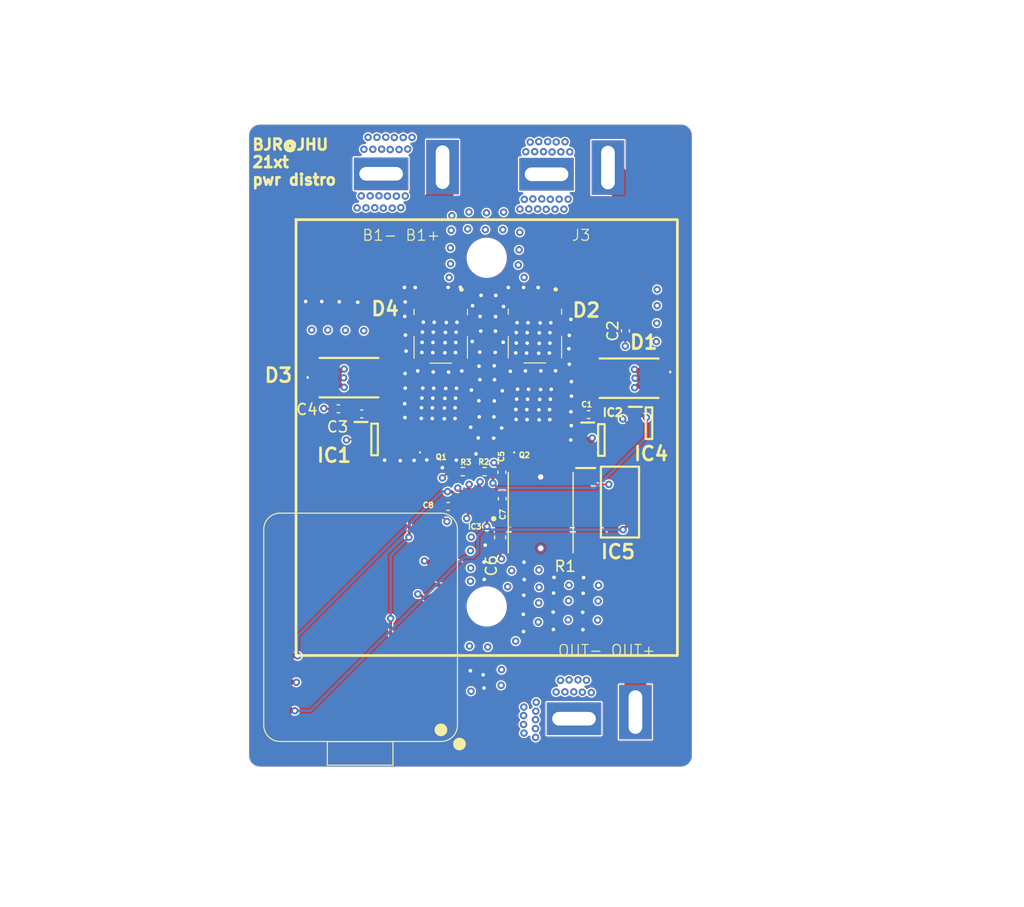
<source format=kicad_pcb>
(kicad_pcb (version 20240108) (generator "pcbnew") (generator_version "8.0")
  (title_block (rev "1"))
  (layers (0 "F.Cu" signal "Front") (1 "In1.Cu" signal) (2 "In2.Cu" signal) (31 "B.Cu" signal "Back") (34 "B.Paste" user) (35 "F.Paste" user) (36 "B.SilkS" user "B.Silkscreen") (37 "F.SilkS" user "F.Silkscreen") (38 "B.Mask" user) (39 "F.Mask" user) (44 "Edge.Cuts" user))
  (net 0 "")
  (net 2 "SCL")
  (net 3 "3V3_Xiao")
  (net 4 "SDA")
  (net 5 "Net-(IC3-VREG)")
  (net 6 "current_signal")
  (net 7 "B2+")
  (net 9 "V_OR_Supply")
  (net 10 "B1+")
  (net 12 "Net-(IC1-GATE)")
  (net 13 "Net-(IC1-VCAP)")
  (net 14 "Net-(IC2-GATE)")
  (net 15 "Net-(IC2-VCAP)")
  (net 16 "Net-(IC3-CFN)")
  (net 17 "V_OUT_Supply")
  (net 18 "Net-(IC3-CFP)")
  (net 19 "5V_Regulator")
  (net 27 "Net-(U1-PA02_A0_D0)")
  (net 28 "B1-")
  (footprint "21xt_footprints:LTC2959IDDB#TRMPBF" (layer "F.Cu") (at 40.125 35.8 180)
    (property "Reference" "IC3")
    (property "Value" "LTC2959IDDB#TRMPBF" (hide yes))
  )
  (footprint "Capacitor_SMD:C_0402_1005Metric" (layer "F.Cu") (at 37.32 36.32 180)
    (property "Reference" "C8")
    (property "Value" "1uF")
  )
  (footprint "Capacitor_SMD:C_0402_1005Metric" (layer "F.Cu") (at 29.39 27.83 180)
    (property "Reference" "C3")
    (property "Value" "C")
  )
  (footprint "21xt_footprints:INA180A1IDBVR" (layer "F.Cu") (at 55.75 28.68)
    (property "Reference" "IC4")
    (property "Value" "INA180A1IDBVR" (hide yes))
  )
  (footprint "Resistor_SMD:R_0402_1005Metric" (layer "F.Cu") (at 40.667 33.127 180)
    (property "Reference" "R2")
    (property "Value" "R")
  )
  (footprint "Capacitor_SMD:C_0603_1608Metric" (layer "F.Cu") (at 42.09 39.165 -90)
    (property "Reference" "C6")
    (property "Value" "100uF")
  )
  (footprint "21xt_footprints:NRVTS10100EMFST1G" (layer "F.Cu") (at 47.19 17.301 180)
    (property "Reference" "D2")
    (property "Value" "NRVB10100MFST1G" (hide yes))
  )
  (footprint "MountingHole:MountingHole_3.2mm_M3" (layer "F.Cu") (at 40.86 13.5 90)
    (property "Reference" "H2" (hide yes))
    (property "Value" "MountingHole")
  )
  (footprint "MountingHole:MountingHole_3.2mm_M3" (layer "F.Cu") (at 40.86 45.5 90)
    (property "Reference" "H1" (hide yes))
    (property "Value" "MountingHole")
  )
  (footprint "21xt_footprints:NRVTS10100EMFST1G" (layer "F.Cu") (at 38.545 17.321 180)
    (property "Reference" "D4")
    (property "Value" "NRVB10100MFST1G" (hide yes))
  )
  (footprint "hi:RESC_WSHM2818R0150FEA" (layer "F.Cu") (at 45.81 36.885 -90)
    (property "Reference" "R1")
    (property "Value" "50m")
  )
  (footprint "21xt_footprints:Deans Connector Male" (layer "F.Cu") (at 40.17 0.93 -90)
    (property "Reference" "J4" (hide yes))
    (property "Value" "Conn_01x02")
  )
  (footprint "Capacitor_SMD:C_0402_1005Metric" (layer "F.Cu") (at 42.28 35.61 90)
    (property "Reference" "C7")
    (property "Value" "470nF")
  )
  (footprint "Capacitor_SMD:C_0402_1005Metric" (layer "F.Cu") (at 50.21 27.89 180)
    (property "Reference" "C1")
    (property "Value" "C")
  )
  (footprint "21xt_footprints:NTMFWS1D5N08XT1G" (layer "F.Cu") (at 36.636 27.712)
    (property "Reference" "Q1")
    (property "Value" "NVMFWS2D1N08XT1G" (hide yes))
  )
  (footprint "21xt_footprints:Deans Connector Male" (layer "F.Cu") (at 57.87 50.94 -90)
    (property "Reference" "J2" (hide yes))
    (property "Value" "Conn_01x02")
  )
  (footprint "21xt_footprints:SMBJ33CA" (layer "F.Cu") (at 28.22 24.5)
    (property "Reference" "D3")
    (property "Value" "SMBJ33CA" (hide yes))
  )
  (footprint "Capacitor_SMD:C_0402_1005Metric" (layer "F.Cu") (at 42.25 33.18 90)
    (property "Reference" "C5")
    (property "Value" "10uF")
  )
  (footprint "21xt_footprints:LM74700QDBVRQ1" (layer "F.Cu") (at 51.38 30.22)
    (property "Reference" "IC2")
    (property "Value" "LM74700QDBVRQ1" (hide yes))
  )
  (footprint "21xt_footprints:LM74700QDBVRQ1" (layer "F.Cu") (at 30.57 30.17)
    (property "Reference" "IC1")
    (property "Value" "LM74700QDBVRQ1" (hide yes))
  )
  (footprint "21xt_footprints:TLV76150DCYR" (layer "F.Cu") (at 53.09 35.92)
    (property "Reference" "IC5")
    (property "Value" "TLV76150DCYR" (hide yes))
  )
  (footprint "21xt_footprints:SMBJ33CA" (layer "F.Cu") (at 53.93 24.55 180)
    (property "Reference" "D1")
    (property "Value" "SMBJ33CA" (hide yes))
  )
  (footprint "Resistor_SMD:R_0402_1005Metric" (layer "F.Cu") (at 38.667 33.127 180)
    (property "Reference" "R3")
    (property "Value" "R")
  )
  (footprint "Capacitor_SMD:C_0402_1005Metric" (layer "F.Cu") (at 53.59 20.21 90)
    (property "Reference" "C2")
    (property "Value" "10uF")
  )
  (footprint "21xt_footprints:NTMFWS1D5N08XT1G" (layer "F.Cu") (at 45.285 27.712)
    (property "Reference" "Q2")
    (property "Value" "NVMFWS2D1N08XT1G" (hide yes))
  )
  (footprint "21xt_footprints:esp32 c6 smt" (layer "F.Cu") (at 29.058447 47.375 180)
    (property "Reference" "U1" (hide yes))
    (property "Value" "esp32 c6 xiao")
  )
  (footprint "Capacitor_SMD:C_0402_1005Metric" (layer "F.Cu") (at 27.25 27.36)
    (property "Reference" "C4")
    (property "Value" "10uF")
  )
  (footprint "21xt_footprints:Deans Connector Male" (layer "F.Cu") (at 55.35 0.97 -90)
    (property "Reference" "J3")
    (property "Value" "Conn_01x02")
  )
  (gr_rect (start 23.36 10) (end 58.36 50) (stroke (width 0.254)) (fill none) (layer "F.SilkS"))
  (gr_arc (start 58.69 1.27) (mid 59.397107 1.562893) (end 59.69 2.27) (stroke (width 0.0381)) (layer "Edge.Cuts"))
  (gr_arc (start 20.05 60.198) (mid 19.342893 59.905107) (end 19.05 59.198) (stroke (width 0.0381)) (layer "Edge.Cuts"))
  (gr_line (start 19.05 59.198) (end 19.05 2.27) (stroke (width 0.0381)) (layer "Edge.Cuts"))
  (gr_line (start 58.69 60.198) (end 20.05 60.198) (stroke (width 0.0381)) (layer "Edge.Cuts"))
  (gr_arc (start 19.05 2.27) (mid 19.342893 1.562893) (end 20.05 1.27) (stroke (width 0.0381)) (layer "Edge.Cuts"))
  (gr_line (start 20.05 1.27) (end 58.69 1.27) (stroke (width 0.0381)) (layer "Edge.Cuts"))
  (gr_arc (start 59.69 59.198) (mid 59.397107 59.905107) (end 58.69 60.198) (stroke (width 0.0381)) (layer "Edge.Cuts"))
  (gr_line (start 59.69 2.27) (end 59.69 59.198) (stroke (width 0.0381)) (layer "Edge.Cuts"))
  (gr_text "OUT- OUT+" (at 51.8775 49.53 0) (layer "F.SilkS") (effects (font (size 1 1) (thickness 0.1))))
  (gr_text "B1- B1+" (at 33.02 11.43 0) (layer "F.SilkS") (effects (font (size 1 1) (thickness 0.1))))
  (gr_text "." (at 24.43 24.08 0) (layer "F.SilkS") (effects (font (size 1 1))))
  (gr_text "BJR@JHU\n21xt\npwr distro" (at 19.219859 4.722573 0) (layer "F.SilkS") (effects (font (size 1 1) (thickness 0.25)) (justify left)))
  (gr_text "." (at 57.7 23.57 0) (layer "F.SilkS") (effects (font (size 1 1))))
  (segment (start 39.175 34.8) (end 39.175 34.36) (width 0.254) (layer "F.Cu") (net 2))
  (segment (start 36.386547 41.32) (end 37.340047 42.2735) (width 0.254) (layer "F.Cu") (net 2))
  (segment (start 39.175 34.36) (end 39.245 34.29) (width 0.254) (layer "F.Cu") (net 2))
  (segment (start 35.1369 41.32) (end 36.386547 41.32) (width 0.254) (layer "F.Cu") (net 2))
  (via (at 35.1369 41.32) (size 0.6858) (drill 0.3302) (layers "F.Cu" "B.Cu") (net 2))
  (via (at 39.245 34.29) (size 0.6858) (drill 0.3302) (layers "F.Cu" "B.Cu") (net 2))
  (segment (start 38.496 35.8) (end 39.175 35.8) (width 0.254) (layer "F.Cu") (net 3))
  (segment (start 37.26 34.96) (end 37.656 34.96) (width 0.254) (layer "F.Cu") (net 3))
  (segment (start 23.51 50.04) (end 21.321547 50.04) (width 0.254) (layer "F.Cu") (net 3))
  (segment (start 37.656 34.96) (end 38.496 35.8) (width 0.254) (layer "F.Cu") (net 3))
  (segment (start 21.321547 50.04) (end 21.175047 49.8935) (width 0.254) (layer "F.Cu") (net 3))
  (via (at 37.26 34.96) (size 0.6858) (drill 0.3302) (layers "F.Cu" "B.Cu") (net 3))
  (via (at 23.51 50.04) (size 0.6858) (drill 0.3302) (layers "F.Cu" "B.Cu") (net 3))
  (segment (start 36.39 35.32) (end 23.51 48.2) (width 0.254) (layer "B.Cu") (net 3))
  (segment (start 23.51 48.2) (end 23.51 50.04) (width 0.254) (layer "B.Cu") (net 3))
  (segment (start 36.75 34.96) (end 37.26 34.96) (width 0.254) (layer "B.Cu") (net 3))
  (segment (start 36.39 35.32) (end 36.75 34.96) (width 0.254) (layer "B.Cu") (net 3))
  (segment (start 38.496 35.204) (end 38.496 34.926) (width 0.254) (layer "F.Cu") (net 4))
  (segment (start 34.54 44.36) (end 34.72 44.36) (width 0.254) (layer "F.Cu") (net 4))
  (segment (start 34.72 44.36) (end 35.1735 44.8135) (width 0.254) (layer "F.Cu") (net 4))
  (segment (start 38.496 34.926) (end 38.2 34.63) (width 0.254) (layer "F.Cu") (net 4))
  (segment (start 35.1735 44.8135) (end 37.340047 44.8135) (width 0.254) (layer "F.Cu") (net 4))
  (segment (start 38.592 35.3) (end 39.175 35.3) (width 0.254) (layer "F.Cu") (net 4))
  (segment (start 38.496 35.204) (end 38.592 35.3) (width 0.254) (layer "F.Cu") (net 4))
  (via (at 38.2 34.63) (size 0.6858) (drill 0.3302) (layers "F.Cu" "B.Cu") (net 4))
  (via (at 34.54 44.36) (size 0.6858) (drill 0.3302) (layers "F.Cu" "B.Cu") (net 4))
  (segment (start 37.82 36.3) (end 39.175 36.3) (width 0.254) (layer "F.Cu") (net 5))
  (segment (start 37.8 36.32) (end 37.82 36.3) (width 0.254) (layer "F.Cu") (net 5))
  (segment (start 37.8 36.34) (end 37.8 36.32) (width 0.254) (layer "F.Cu") (net 5))
  (segment (start 41.363 33.127) (end 41.177 33.127) (width 0.254) (layer "F.Cu") (net 6))
  (segment (start 41.43 34.180098) (end 41.43 33.38) (width 0.254) (layer "F.Cu") (net 6))
  (segment (start 55.354 28.126) (end 55.383814 28.155814) (width 0.254) (layer "F.Cu") (net 6))
  (segment (start 54.5 27.73) (end 54.958 27.73) (width 0.254) (layer "F.Cu") (net 6))
  (segment (start 55.383814 28.155814) (end 55.512974 28.155814) (width 0.254) (layer "F.Cu") (net 6))
  (segment (start 41.43 33.38) (end 41.177 33.127) (width 0.254) (layer "F.Cu") (net 6))
  (segment (start 54.958 27.73) (end 55.354 28.126) (width 0.254) (layer "F.Cu") (net 6))
  (via (at 55.512974 28.155814) (size 0.6858) (drill 0.3302) (layers "F.Cu" "B.Cu") (net 6))
  (via (at 41.43 34.180098) (size 0.6858) (drill 0.3302) (layers "F.Cu" "B.Cu") (net 6))
  (segment (start 41.43 34.180098) (end 41.879902 34.63) (width 0.254) (layer "B.Cu") (net 6))
  (segment (start 41.879902 34.63) (end 50.854145 34.63) (width 0.254) (layer "B.Cu") (net 6))
  (segment (start 55.512974 29.971171) (end 55.512974 28.155814) (width 0.254) (layer "B.Cu") (net 6))
  (segment (start 50.854145 34.63) (end 55.512974 29.971171) (width 0.254) (layer "B.Cu") (net 6))
  (segment (start 51.73 24.55) (end 51.73 26.85) (width 1) (layer "F.Cu") (net 7))
  (segment (start 47.19 17.322) (end 44.65 17.322) (width 1) (layer "F.Cu") (net 7))
  (segment (start 51.73 21.862) (end 51.16 21.292) (width 2) (layer "F.Cu") (net 7))
  (segment (start 53.34 6.5725) (end 51.9875 5.22) (width 2) (layer "F.Cu") (net 7))
  (segment (start 51.73 24.55) (end 51.73 28.37) (width 1) (layer "F.Cu") (net 7))
  (segment (start 51.26 30.744) (end 51.26 29.936) (width 0.5) (layer "F.Cu") (net 7))
  (segment (start 46.251 31.65) (end 49.65 31.65) (width 1) (layer "F.Cu") (net 7))
  (segment (start 50.834 31.17) (end 51.26 30.744) (width 0.5) (layer "F.Cu") (net 7))
  (segment (start 53.34 16.84) (end 53.34 6.5725) (width 2) (layer "F.Cu") (net 7))
  (segment (start 51.16 18.9) (end 50.07 17.81) (width 2) (layer "F.Cu") (net 7))
  (segment (start 45.92 30.46) (end 43.38 30.46) (width 1) (layer "F.Cu") (net 7))
  (segment (start 53.59 19.73) (end 53.59 19.03) (width 0.5) (layer "F.Cu") (net 7))
  (segment (start 50.13 31.17) (end 50.834 31.17) (width 0.5) (layer "F.Cu") (net 7))
  (segment (start 52.37 17.81) (end 53.34 16.84) (width 2) (layer "F.Cu") (net 7))
  (segment (start 51.16 21.292) (end 51.16 18.9) (width 2) (layer "F.Cu") (net 7))
  (segment (start 50.13 31.17) (end 49.65 31.65) (width 1) (layer "F.Cu") (net 7))
  (segment (start 51.926 29.27) (end 52.24 29.27) (width 0.5) (layer "F.Cu") (net 7))
  (segment (start 51.73 28.37) (end 52.63 29.27) (width 1) (layer "F.Cu") (net 7))
  (segment (start 51.26 29.936) (end 51.926 29.27) (width 0.5) (layer "F.Cu") (net 7))
  (segment (start 45.92 31.319) (end 46.251 31.65) (width 1) (layer "F.Cu") (net 7))
  (segment (start 45.92 31.319) (end 45.92 30.46) (width 1) (layer "F.Cu") (net 7))
  (segment (start 51.73 24.55) (end 51.73 21.862) (width 1) (layer "F.Cu") (net 7))
  (segment (start 52.24 29.27) (end 52.63 29.27) (width 0.254) (layer "F.Cu") (net 7))
  (segment (start 49.57 17.81) (end 52.37 17.81) (width 2) (layer "F.Cu") (net 7))
  (segment (start 49.082 17.322) (end 47.19 17.322) (width 2) (layer "F.Cu") (net 7))
  (segment (start 51.73 26.85) (end 50.743159 27.836841) (width 1) (layer "F.Cu") (net 7))
  (segment (start 53.59 19.03) (end 52.37 17.81) (width 0.5) (layer "F.Cu") (net 7))
  (segment (start 49.57 17.81) (end 49.082 17.322) (width 2) (layer "F.Cu") (net 7))
  (segment (start 50.07 17.81) (end 49.57 17.81) (width 2) (layer "F.Cu") (net 7))
  (segment (start 44.705 33.66) (end 45.81 34.765) (width 0.254) (layer "F.Cu") (net 9))
  (segment (start 52.8969 31.4369) (end 52.63 31.17) (width 0.254) (layer "F.Cu") (net 9))
  (segment (start 42.25 33.66) (end 44.705 33.66) (width 0.254) (layer "F.Cu") (net 9))
  (via (at 34.91 26.37) (size 0.6858) (drill 0.3302) (layers "F.Cu" "B.Cu") (net 9))
  (via (at 45.68 21.35) (size 0.6858) (drill 0.3302) (layers "F.Cu" "B.Cu") (net 9))
  (via (at 38.06 32.07) (size 0.6858) (drill 0.3302) (layers "F.Cu" "B.Cu") (net 9))
  (via (at 46.63 27.43) (size 0.6858) (drill 0.3302) (layers "F.Cu" "B.Cu") (net 9))
  (via (at 42.84 16.23) (size 0.6858) (drill 0.3302) (layers "F.Cu" "B.Cu") (net 9))
  (via (at 46.98 47.61) (size 0.6858) (drill 0.3302) (layers "F.Cu" "B.Cu") (net 9))
  (via (at 44.57 21.33) (size 0.6858) (drill 0.3302) (layers "F.Cu" "B.Cu") (net 9))
  (via (at 42.29 25.71) (size 0.6858) (drill 0.3302) (layers "F.Cu" "B.Cu") (net 9))
  (via (at 34.96 20.32) (size 0.6858) (drill 0.3302) (layers "F.Cu" "B.Cu") (net 9))
  (via (at 25.72 17.51) (size 0.6858) (drill 0.3302) (layers "F.Cu" "B.Cu") (net 9))
  (via (at 33.31 16.22) (size 0.6858) (drill 0.3302) (layers "F.Cu" "B.Cu") (net 9))
  (via (at 45.65 27.45) (size 0.6858) (drill 0.3302) (layers "F.Cu" "B.Cu") (net 9))
  (via (at 48.44 23.27) (size 0.6858) (drill 0.3302) (layers "F.Cu" "B.Cu") (net 9))
  (via (at 41.67 18.9) (size 0.6858) (drill 0.3302) (layers "F.Cu" "B.Cu") (net 9))
  (via (at 35.91 26.38) (size 0.6858) (drill 0.3302) (layers "F.Cu" "B.Cu") (net 9))
  (via (at 43.03 23.92) (size 0.6858) (drill 0.3302) (layers "F.Cu" "B.Cu") (net 9))
  (via (at 40.61 52.98) (size 0.6858) (drill 0.3302) (layers "F.Cu" "B.Cu") (net 9))
  (via (at 29.02 17.58) (size 0.6858) (drill 0.3302) (layers "F.Cu" "B.Cu") (net 9))
  (via (at 46.66 21.33) (size 0.6858) (drill 0.3302) (layers "F.Cu" "B.Cu") (net 9))
  (via (at 35.95 23.98) (size 0.6858) (drill 0.3302) (layers "F.Cu" "B.Cu") (net 9))
  (via (at 45.76 19.48) (size 0.6858) (drill 0.3302) (layers "F.Cu" "B.Cu") (net 9))
  (via (at 44.26 44.47) (size 0.6858) (drill 0.3302) (layers "F.Cu" "B.Cu") (net 9))
  (via (at 35.86 28.25) (size 0.6858) (drill 0.3302) (layers "F.Cu" "B.Cu") (net 9))
  (via (at 46.96 46.02) (size 0.6858) (drill 0.3302) (layers "F.Cu" "B.Cu") (net 9))
  (via (at 45.67 28.37) (size 0.6858) (drill 0.3302) (layers "F.Cu" "B.Cu") (net 9))
  (via (at 39.39 29.05) (size 0.6858) (drill 0.3302) (layers "F.Cu" "B.Cu") (net 9))
  (via (at 41.64 22.18) (size 0.6858) (drill 0.3302) (layers "F.Cu" "B.Cu") (net 9))
  (via (at 41.5 30.05) (size 0.6858) (drill 0.3302) (layers "F.Cu" "B.Cu") (net 9))
  (via (at 41.55 23.41) (size 0.6858) (drill 0.3302) (layers "F.Cu" "B.Cu") (net 9))
  (via (at 45.83 23.88) (size 0.6858) (drill 0.3302) (layers "F.Cu" "B.Cu") (net 9))
  (via (at 40.31 20.23) (size 0.6858) (drill 0.3302) (layers "F.Cu" "B.Cu") (net 9))
  (via (at 43.65 19.45) (size 0.6858) (drill 0.3302) (layers "F.Cu" "B.Cu") (net 9))
  (via (at 44.61 26.48) (size 0.6858) (drill 0.3302) (layers "F.Cu" "B.Cu") (net 9))
  (via (at 46.66 20.37) (size 0.6858) (drill 0.3302) (layers "F.Cu" "B.Cu") (net 9))
  (via (at 33.34 18.88) (size 0.6858) (drill 0.3302) (layers "F.Cu" "B.Cu") (net 9))
  (via (at 40.53 51.77) (size 0.6858) (drill 0.3302) (layers "F.Cu" "B.Cu") (net 9))
  (via (at 44.52 22.24) (size 0.6858) (drill 0.3302) (layers "F.Cu" "B.Cu") (net 9))
  (via (at 24.24 17.51) (size 0.6858) (drill 0.3302) (layers "F.Cu" "B.Cu") (net 9))
  (via (at 33.38 17.55) (size 0.6858) (drill 0.3302) (layers "F.Cu" "B.Cu") (net 9))
  (via (at 38 22.2) (size 0.6858) (drill 0.3302) (layers "F.Cu" "B.Cu") (net 9))
  (via (at 45.8 25.59) (size 0.6858) (drill 0.3302) (layers "F.Cu" "B.Cu") (net 9))
  (via (at 34.99 25.46) (size 0.6858) (drill 0.3302) (layers "F.Cu" "B.Cu") (net 9))
  (via (at 40.61 41.43) (size 0.6858) (drill 0.3302) (layers "F.Cu" "B.Cu") (net 9))
  (via (at 38.02 21.27) (size 0.6858) (drill 0.3302) (layers "F.Cu" "B.Cu") (net 9))
  (via (at 36.79 32.766) (size 0.6858) (drill 0.3302) (layers "F.Cu" "B.Cu") (net 9))
  (via (at 46.78 25.57) (size 0.6858) (drill 0.3302) (layers "F.Cu" "B.Cu") (net 9))
  (via (at 49.67 46.04) (size 0.6858) (drill 0.3302) (layers "F.Cu" "B.Cu") (net 9))
  (via (at 39.36 51.4) (size 0.6858) (drill 0.3302) (layers "F.Cu" "B.Cu") (net 9))
  (via (at 38.13 19.42) (size 0.6858) (drill 0.3302) (layers "F.Cu" "B.Cu") (net 9))
  (via (at 40.72 39.87) (size 0.6858) (drill 0.3302) (layers "F.Cu" "B.Cu") (net 9))
  (via (at 42.4 17.97) (size 0.6858) (drill 0.3302) (layers "F.Cu" "B.Cu") (net 9))
  (via (at 48.64 26.2) (size 0.6858) (drill 0.3302) (layers "F.Cu" "B.Cu") (net 9))
  (via (at 41.56 26.64) (size 0.6858) (drill 0.3302) (layers "F.Cu" "B.Cu") (net 9))
  (via (at 34.91 22.19) (size 0.6858) (drill 0.3302) (layers "F.Cu" "B.Cu") (net 9))
  (via (at 33.36 28.16) (size 0.6858) (drill 0.3302) (layers "F.Cu" "B.Cu") (net 9))
  (via (at 46.7 26.48) (size 0.6858) (drill 0.3302) (layers "F.Cu" "B.Cu") (net 9))
  (via (at 40.22 22.16) (size 0.6858) (drill 0.3302) (layers "F.Cu" "B.Cu") (net 9))
  (via (at 36.04 19.42) (size 0.6858) (drill 0.3302) (layers "F.Cu" "B.Cu") (net 9))
  (via (at 38.08 25.47) (size 0.6858) (drill 0.3302) (layers "F.Cu" "B.Cu") (net 9))
  (via (at 48.59 27.63) (size 0.6858) (drill 0.3302) (layers "F.Cu" "B.Cu") (net 9))
  (via (at 49.71 44.29) (size 0.6858) (drill 0.3302) (layers "F.Cu" "B.Cu") (net 9))
  (via (at 44.41 23.88) (size 0.6858) (drill 0.3302) (layers "F.Cu" "B.Cu") (net 9))
  (via (at 37.07 20.35) (size 0.6858) (drill 0.3302) (layers "F.Cu" "B.Cu") (net 9))
  (via (at 49.69 47.63) (size 0.6858) (drill 0.3302) (layers "F.Cu" "B.Cu") (net 9))
  (via (at 37.96 27.27) (size 0.6858) (drill 0.3302) (layers "F.Cu" "B.Cu") (net 9))
  (via (at 43.69 25.56) (size 0.6858) (drill 0.3302) (layers "F.Cu" "B.Cu") (net 9))
  (via (at 40.14 26.62) (size 0.6858) (drill 0.3302) (layers "F.Cu" "B.Cu") (net 9))
  (via (at 34.53 23.88) (size 0.6858) (drill 0.3302) (layers "F.Cu" "B.Cu") (net 9))
  (via (at 39.45 25.64) (size 0.6858) (drill 0.3302) (layers "F.Cu" "B.Cu") (net 9))
  (via (at 48.62 28.9) (size 0.6858) (drill 0.3302) (layers "F.Cu" "B.Cu") (net 9))
  (via (at 44.56 28.35) (size 0.6858) (drill 0.3302) (layers "F.Cu" "B.Cu") (net 9))
  (via (at 37.1 25.49) (size 0.6858) (drill 0.3302) (layers "F.Cu" "B.Cu") (net 9))
  (via (at 44.24 16.22) (size 0.6858) (drill 0.3302) (layers "F.Cu" "B.Cu") (net 9))
  (via (at 40.23 24.69) (size 0.6858) (drill 0.3302) (layers "F.Cu" "B.Cu") (net 9))
  (via (at 45.68 20.39) (size 0.6858) (drill 0.3302) (layers "F.Cu" "B.Cu") (net 9))
  (via (at 34.93 21.26) (size 0.6858) (drill 0.3302) (layers "F.Cu" "B.Cu") (net 9))
  (via (at 40.34 16.95) (size 0.6858) (drill 0.3302) (layers "F.Cu" "B.Cu") (net 9))
  (via (at 36.97 28.27) (size 0.6858) (drill 0.3302) (layers "F.Cu" "B.Cu") (net 9))
  (via (at 38.44 16.21) (size 0.6858) (drill 0.3302) (layers "F.Cu" "B.Cu") (net 9))
  (via (at 38.05 20.33) (size 0.6858) (drill 0.3302) (layers "F.Cu" "B.Cu") (net 9))
  (via (at 42.37 21.25) (size 0.6858) (drill 0.3302) (layers "F.Cu" "B.Cu") (net 9))
  (via (at 41.69 16.95) (size 0.6858) (drill 0.3302) (layers "F.Cu" "B.Cu") (net 9))
  (via (at 44.57 20.37) (size 0.6858) (drill 0.3302) (layers "F.Cu" "B.Cu") (net 9))
  (via (at 40.08 30.03) (size 0.6858) (drill 0.3302) (layers "F.Cu" "B.Cu") (net 9))
  (via (at 40.63 43.02) (size 0.6858) (drill 0.3302) (layers "F.Cu" "B.Cu") (net 9))
  (via (at 40.15 23.45) (size 0.6858) (drill 0.3302) (layers "F.Cu" "B.Cu") (net 9))
  (via (at 39.53 21.18) (size 0.6858) (drill 0.3302) (layers "F.Cu" "B.Cu") (net 9))
  (via (at 39.878 31.496) (size 0.6858) (drill 0.3302) (layers "F.Cu" "B.Cu") (net 9))
  (via (at 46.61 22.24) (size 0.6858) (drill 0.3302) (layers "F.Cu" "B.Cu") (net 9))
  (via (at 37.36 23.99) (size 0.6858) (drill 0.3302) (layers "F.Cu" "B.Cu") (net 9))
  (via (at 33.33 26.89) (size 0.6858) (drill 0.3302) (layers "F.Cu" "B.Cu") (net 9))
  (via (at 44.69 25.57) (size 0.6858) (drill 0.3302) (layers "F.Cu" "B.Cu") (net 9))
  (via (at 38 26.38) (size 0.6858) (drill 0.3302) (layers "F.Cu" "B.Cu") (net 9))
  (via (at 33.4 20.59) (size 0.6858) (drill 0.3302) (layers "F.Cu" "B.Cu") (net 9))
  (via (at 48.63 24.86) (size 0.6858) (drill 0.3302) (layers "F.Cu" "B.Cu") (net 9))
  (via (at 36.98 27.29) (size 0.6858) (drill 0.3302) (layers "F.Cu" "B.Cu") (net 9))
  (via (at 39.56 17.9) (size 0.6858) (drill 0.3302) (layers "F.Cu" "B.Cu") (net 9))
  (via (at 37.02 22.22) (size 0.6858) (drill 0.3302) (layers "F.Cu" "B.Cu") (net 9))
  (via (at 35.04 19.41) (size 0.6858) (drill 0.3302) (layers "F.Cu" "B.Cu") (net 9))
  (via (at 35.93 21.27) (size 0.6858) (drill 0.3302) (layers "F.Cu" "B.Cu") (net 9))
  (via (at 27.33 17.54) (size 0.6858) (drill 0.3302) (layers "F.Cu" "B.Cu") (net 9))
  (via (at 45.58 16.23) (size 0.6858) (drill 0.3302) (layers "F.Cu" "B.Cu") (net 9))
  (via (at 43.57 20.36) (size 0.6858) (drill 0.3302) (layers "F.Cu" "B.Cu") (net 9))
  (via (at 33.46 22.06) (size 0.6858) (drill 0.3302) (layers "F.Cu" "B.Cu") (net 9))
  (via (at 35.87 27.27) (size 0.6858) (drill 0.3302) (layers "F.Cu" "B.Cu") (net 9))
  (via (at 43.52 22.23) (size 0.6858) (drill 0.3302) (layers "F.Cu" "B.Cu") (net 9))
  (via (at 42.23 29.12) (size 0.6858) (drill 0.3302) (layers "F.Cu" "B.Cu") (net 9))
  (via (at 34.87 27.26) (size 0.6858) (drill 0.3302) (layers "F.Cu" "B.Cu") (net 9))
  (via (at 45.72 26.5) (size 0.6858) (drill 0.3302) (layers "F.Cu" "B.Cu") (net 9))
  (via (at 48.57 30.22) (size 0.6858) (drill 0.3302) (layers "F.Cu" "B.Cu") (net 9))
  (via (at 32.92 32.12) (size 0.6858) (drill 0.3302) (layers "F.Cu" "B.Cu") (net 9))
  (via (at 40.17 28.1) (size 0.6858) (drill 0.3302) (layers "F.Cu" "B.Cu") (net 9))
  (via (at 48.4 21.85) (size 0.6858) (drill 0.3302) (layers "F.Cu" "B.Cu") (net 9))
  (via (at 43.56 28.34) (size 0.6858) (drill 0.3302) (layers "F.Cu" "B.Cu") (net 9))
  (via (at 46.74 19.46) (size 0.6858) (drill 0.3302) (layers "F.Cu" "B.Cu") (net 9))
  (via (at 37.02 26.4) (size 0.6858) (drill 0.3302) (layers "F.Cu" "B.Cu") (net 9))
  (via (at 37.32 16.21) (size 0.6858) (drill 0.3302) (layers "F.Cu" "B.Cu") (net 9))
  (via (at 35.91 22.2) (size 0.6858) (drill 0.3302) (layers "F.Cu" "B.Cu") (net 9))
  (via (at 48.44 20.62) (size 0.6858) (drill 0.3302) (layers "F.Cu" "B.Cu") (net 9))
  (via (at 46.65 28.35) (size 0.6858) (drill 0.3302) (layers "F.Cu" "B.Cu") (net 9))
  (via (at 44.22 46.22) (size 0.6858) (drill 0.3302) (layers "F.Cu" "B.Cu") (net 9))
  (via (at 38.57 23.89) (size 0.6858) (drill 0.3302) (layers "F.Cu" "B.Cu") (net 9))
  (via (at 41.66 20.23) (size 0.6858) (drill 0.3302) (layers "F.Cu" "B.Cu") (net 9))
  (via (at 44.65 19.46) (size 0.6858) (drill 0.3302) (layers "F.Cu" "B.Cu") (net 9))
  (via (at 41.58 24.69) (size 0.6858) (drill 0.3302) (layers "F.Cu" "B.Cu") (net 9))
  (via (at 47.04 42.83) (size 0.6858) (drill 0.3302) (layers "F.Cu" "B.Cu") (net 9))
  (via (at 43.54 27.42) (size 0.6858) (drill 0.3302) (layers "F.Cu" "B.Cu") (net 9))
  (via (at 47.18 23.87) (size 0.6858) (drill 0.3302) (layers "F.Cu" "B.Cu") (net 9))
  (via (at 37.04 21.29) (size 0.6858) (drill 0.3302) (layers "F.Cu" "B.Cu") (net 9))
  (via (at 34.3 16.23) (size 0.6858) (drill 0.3302) (layers "F.Cu" "B.Cu") (net 9))
  (via (at 35.36 32.05) (size 0.6858) (drill 0.3302) (layers "F.Cu" "B.Cu") (net 9))
  (via (at 40.25 18.88) (size 0.6858) (drill 0.3302) (layers "F.Cu" "B.Cu") (net 9))
  (via (at 43.61 26.47) (size 0.6858) (drill 0.3302) (layers "F.Cu" "B.Cu") (net 9))
  (via (at 35.96 20.33) (size 0.6858) (drill 0.3302) (layers "F.Cu" "B.Cu") (net 9))
  (via (at 49.75 42.85) (size 0.6858) (drill 0.3302) (layers "F.Cu" "B.Cu") (net 9))
  (via (at 33.38 25.46) (size 0.6858) (drill 0.3302) (layers "F.Cu" "B.Cu") (net 9))
  (via (at 48.58 19.15) (size 0.6858) (drill 0.3302) (layers "F.Cu" "B.Cu") (net 9))
  (via (at 34.19 32.09) (size 0.6858) (drill 0.3302) (layers "F.Cu" "B.Cu") (net 9))
  (via (at 37.15 19.44) (size 0.6858) (drill 0.3302) (layers "F.Cu" "B.Cu") (net 9))
  (via (at 47 44.27) (size 0.6858) (drill 0.3302) (layers "F.Cu" "B.Cu") (net 9))
  (via (at 31.49 32.07) (size 0.6858) (drill 0.3302) (layers "F.Cu" "B.Cu") (net 9))
  (via (at 43.57 21.32) (size 0.6858) (drill 0.3302) (layers "F.Cu" "B.Cu") (net 9))
  (via (at 44.54 27.43) (size 0.6858) (drill 0.3302) (layers "F.Cu" "B.Cu") (net 9))
  (via (at 44.24 47.81) (size 0.6858) (drill 0.3302) (layers "F.Cu" "B.Cu") (net 9))
  (via (at 44.3 43.03) (size 0.6858) (drill 0.3302) (layers "F.Cu" "B.Cu") (net 9))
  (via (at 41.52 28.1) (size 0.6858) (drill 0.3302) (layers "F.Cu" "B.Cu") (net 9))
  (via (at 45.63 22.26) (size 0.6858) (drill 0.3302) (layers "F.Cu" "B.Cu") (net 9))
  (via (at 37.95 28.25) (size 0.6858) (drill 0.3302) (layers "F.Cu" "B.Cu") (net 9))
  (via (at 35.99 25.47) (size 0.6858) (drill 0.3302) (layers "F.Cu" "B.Cu") (net 9))
  (via (at 34.86 28.24) (size 0.6858) (drill 0.3302) (layers "F.Cu" "B.Cu") (net 9))
  (via (at 44.28 41.44) (size 0.6858) (drill 0.3302) (layers "F.Cu" "B.Cu") (net 9))
  (via (at 33.37 24.12) (size 0.6858) (drill 0.3302) (layers "F.Cu" "B.Cu") (net 9))
  (segment (start 31.4636 29.22) (end 31.82 29.22) (width 0.1524) (layer "F.Cu") (net 10))
  (segment (start 31.82 29.22) (end 33.491 29.22) (width 1) (layer "F.Cu") (net 10))
  (segment (start 31.82 28.743) (end 31.82 12.5465) (width 2) (layer "F.Cu") (net 10))
  (segment (start 30.024 31.12) (end 30.57 30.574) (width 0.5) (layer "F.Cu") (net 10))
  (segment (start 33.22 13.9465) (end 34.2065 13.9465) (width 2) (layer "F.Cu") (net 10))
  (segment (start 31.82 12.5465) (end 36.8075 7.559) (width 2) (layer "F.Cu") (net 10))
  (segment (start 36.8075 7.559) (end 36.8075 5.18) (width 2) (layer "F.Cu") (net 10))
  (segment (start 29.87 27.391418) (end 29.371582 26.893) (width 1) (layer "F.Cu") (net 10))
  (segment (start 36.005 17.342) (end 38.545 17.342) (width 0.7) (layer "F.Cu") (net 10))
  (segment (start 30.57 29.766) (end 31.116 29.22) (width 0.5) (layer "F.Cu") (net 10))
  (segment (start 31.82 12.5465) (end 33.22 13.9465) (width 2) (layer "F.Cu") (net 10))
  (segment (start 29.371582 26.893) (end 28.197 26.893) (width 1) (layer "F.Cu") (net 10))
  (segment (start 29.62 31.12) (end 30.024 31.12) (width 0.5) (layer "F.Cu") (net 10))
  (segment (start 31.116 29.22) (end 31.82 29.22) (width 0.5) (layer "F.Cu") (net 10))
  (segment (start 29.32 31.12) (end 29.62 31.12) (width 0.1524) (layer "F.Cu") (net 10))
  (segment (start 28.197 26.893) (end 27.73 27.36) (width 1) (layer "F.Cu") (net 10))
  (segment (start 29.87 27.83) (end 29.87 27.391418) (width 1) (layer "F.Cu") (net 10))
  (segment (start 34.731 30.46) (end 37.271 30.46) (width 1) (layer "F.Cu") (net 10))
  (segment (start 36.005 15.745) (end 35.65 15.39) (width 0.7) (layer "F.Cu") (net 10))
  (segment (start 36.005 17.342) (end 36.005 15.745) (width 0.7) (layer "F.Cu") (net 10))
  (segment (start 31.82 25.9) (end 30.42 24.5) (width 1) (layer "F.Cu") (net 10))
  (segment (start 30.57 30.574) (end 30.57 29.766) (width 0.5) (layer "F.Cu") (net 10))
  (segment (start 34.2065 13.9465) (end 35.65 15.39) (width 2) (layer "F.Cu") (net 10))
  (segment (start 31.75 27.83) (end 29.87 27.83) (width 1) (layer "F.Cu") (net 10))
  (segment (start 33.491 29.22) (end 34.731 30.46) (width 1) (layer "F.Cu") (net 10))
  (segment (start 32.278 30.17) (end 31.82 30.17) (width 0.254) (layer "F.Cu") (net 12))
  (segment (start 37.787 31.214) (end 33.322 31.214) (width 0.254) (layer "F.Cu") (net 12))
  (segment (start 38.541 30.46) (end 37.787 31.214) (width 0.254) (layer "F.Cu") (net 12))
  (segment (start 33.322 31.214) (end 32.278 30.17) (width 0.254) (layer "F.Cu") (net 12))
  (segment (start 28.91 28.81) (end 29.32 29.22) (width 0.254) (layer "F.Cu") (net 13))
  (segment (start 28.91 28.81) (end 28.91 27.83) (width 0.254) (layer "F.Cu") (net 13))
  (segment (start 50.566 32.404) (end 44.074 32.404) (width 0.254) (layer "F.Cu") (net 14))
  (segment (start 44.074 32.404) (end 42.29 30.62) (width 0.254) (layer "F.Cu") (net 14))
  (segment (start 42.754 29.706) (end 46.436 29.706) (width 0.254) (layer "F.Cu") (net 14))
  (segment (start 46.436 29.706) (end 47.19 30.46) (width 0.254) (layer "F.Cu") (net 14))
  (segment (start 52.63 30.22) (end 52.172 30.22) (width 0.254) (layer "F.Cu") (net 14))
  (segment (start 42.29 30.62) (end 42.29 30.17) (width 0.254) (layer "F.Cu") (net 14))
  (segment (start 42.29 30.17) (end 42.754 29.706) (width 0.254) (layer "F.Cu") (net 14))
  (segment (start 51.776 31.194) (end 50.566 32.404) (width 0.254) (layer "F.Cu") (net 14))
  (segment (start 51.776 30.616) (end 51.776 31.194) (width 0.254) (layer "F.Cu") (net 14))
  (segment (start 52.172 30.22) (end 51.776 30.616) (width 0.254) (layer "F.Cu") (net 14))
  (segment (start 50.13 29.27) (end 50.13 28.29) (width 0.254) (layer "F.Cu") (net 15))
  (segment (start 50.13 28.29) (end 49.73 27.89) (width 0.254) (layer "F.Cu") (net 15))
  (segment (start 42.11 35.3) (end 42.28 35.13) (width 0.254) (layer "F.Cu") (net 16))
  (segment (start 41.075 35.3) (end 42.11 35.3) (width 0.254) (layer "F.Cu") (net 16))
  (segment (start 47.337 40.0201) (end 47.337 39.527495) (width 2) (layer "F.Cu") (net 17))
  (segment (start 58.29 38.43) (end 58.29 30.52) (width 2) (layer "F.Cu") (net 17))
  (segment (start 41.075 36.3) (end 41.61892 36.3) (width 0.254) (layer "F.Cu") (net 17))
  (segment (start 54.45 55.1325) (end 54.5075 55.19) (width 2) (layer "F.Cu") (net 17))
  (segment (start 51.2499 39.5299) (end 49.94 38.22) (width 2) (layer "F.Cu") (net 17))
  (segment (start 54.5075 43.1775) (end 54.5075 55.19) (width 2) (layer "F.Cu") (net 17))
  (segment (start 58.29 30.52) (end 57.4 29.63) (width 2) (layer "F.Cu") (net 17))
  (segment (start 54.5075 55.19) (end 54.46 55.2375) (width 2) (layer "F.Cu") (net 17))
  (segment (start 45.195 38.39) (end 45.81 39.005) (width 0.254) (layer "F.Cu") (net 17))
  (segment (start 51.2499 40.0201) (end 51.2499 39.5299) (width 2) (layer "F.Cu") (net 17))
  (segment (start 54.46 43.13) (end 54.5075 43.1775) (width 2) (layer "F.Cu") (net 17))
  (segment (start 57.13 39.59) (end 58.29 38.43) (width 2) (layer "F.Cu") (net 17))
  (segment (start 51.2499 40.0201) (end 47.337 40.0201) (width 2) (layer "F.Cu") (net 17))
  (segment (start 47.337 39.527495) (end 46.442505 38.633) (width 2) (layer "F.Cu") (net 17))
  (segment (start 46.442505 38.633) (end 45.81 38.633) (width 2) (layer "F.Cu") (net 17))
  (segment (start 54.46 39.59) (end 57.13 39.59) (width 2) (layer "F.Cu") (net 17))
  (segment (start 41.61892 36.3) (end 44.32392 39.005) (width 0.254) (layer "F.Cu") (net 17))
  (segment (start 44.32392 39.005) (end 45.81 39.005) (width 0.254) (layer "F.Cu") (net 17))
  (segment (start 54.0299 40.0201) (end 54.46 39.59) (width 2) (layer "F.Cu") (net 17))
  (segment (start 42.09 38.39) (end 45.195 38.39) (width 0.254) (layer "F.Cu") (net 17))
  (segment (start 51.2499 40.0201) (end 54.0299 40.0201) (width 2) (layer "F.Cu") (net 17))
  (segment (start 54.46 43.13) (end 54.46 39.59) (width 2) (layer "F.Cu") (net 17))
  (segment (start 41.075 35.8) (end 41.99 35.8) (width 0.254) (layer "F.Cu") (net 18))
  (segment (start 41.99 35.8) (end 42.28 36.09) (width 0.254) (layer "F.Cu") (net 18))
  (segment (start 40.88 36.995) (end 40.88 38.15) (width 0.254) (layer "F.Cu") (net 19))
  (segment (start 49.94 35.92) (end 50.03 35.83) (width 0.254) (layer "F.Cu") (net 19))
  (segment (start 56.24 35.92) (end 56.24 32.598) (width 0.254) (layer "F.Cu") (net 19))
  (segment (start 41.075 36.8) (end 40.88 36.995) (width 0.254) (layer "F.Cu") (net 19))
  (segment (start 50.03 35.83) (end 53.74 35.83) (width 0.254) (layer "F.Cu") (net 19))
  (segment (start 56.24 32.598) (end 56.146 32.504) (width 0.254) (layer "F.Cu") (net 19))
  (segment (start 53.86 35.95) (end 53.86 37.97) (width 0.254) (layer "F.Cu") (net 19))
  (segment (start 53.86 35.95) (end 56.21 35.95) (width 0.254) (layer "F.Cu") (net 19))
  (segment (start 56.21 35.95) (end 56.24 35.92) (width 0.254) (layer "F.Cu") (net 19))
  (segment (start 53.86 37.97) (end 53.37 38.46) (width 0.254) (layer "F.Cu") (net 19))
  (segment (start 21.290047 55.07) (end 21.175047 54.955) (width 0.254) (layer "F.Cu") (net 19))
  (segment (start 53.74 35.83) (end 53.86 35.95) (width 0.254) (layer "F.Cu") (net 19))
  (segment (start 23.25 55.07) (end 21.290047 55.07) (width 0.254) (layer "F.Cu") (net 19))
  (segment (start 56.146 32.504) (end 56.146 28.584) (width 0.254) (layer "F.Cu") (net 19))
  (segment (start 56.146 28.584) (end 57 27.73) (width 0.254) (layer "F.Cu") (net 19))
  (via (at 40.88 38.15) (size 0.6858) (drill 0.3302) (layers "F.Cu" "B.Cu") (net 19))
  (via (at 53.37 38.46) (size 0.6858) (drill 0.3302) (layers "F.Cu" "B.Cu") (net 19))
  (via (at 23.25 55.07) (size 0.6858) (drill 0.3302) (layers "F.Cu" "B.Cu") (net 19))
  (segment (start 39.617245 40.9869) (end 38.7631 40.9869) (width 0.254) (layer "B.Cu") (net 19))
  (segment (start 40.0369 40.567245) (end 39.617245 40.9869) (width 0.254) (layer "B.Cu") (net 19))
  (segment (start 24.68 55.07) (end 23.25 55.07) (width 0.254) (layer "B.Cu") (net 19))
  (segment (start 41.19 38.46) (end 40.88 38.15) (width 0.254) (layer "B.Cu") (net 19))
  (segment (start 53.37 38.46) (end 41.19 38.46) (width 0.254) (layer "B.Cu") (net 19))
  (segment (start 40.88 38.15) (end 40.0369 38.9931) (width 0.254) (layer "B.Cu") (net 19))
  (segment (start 40.0369 38.9931) (end 40.0369 40.567245) (width 0.254) (layer "B.Cu") (net 19))
  (segment (start 40.88 38.15) (end 40.76 38.03) (width 0.254) (layer "B.Cu") (net 19))
  (segment (start 38.7631 40.9869) (end 24.68 55.07) (width 0.254) (layer "B.Cu") (net 19))
  (segment (start 32.04 49.673453) (end 37.340047 54.9735) (width 0.254) (layer "F.Cu") (net 27))
  (segment (start 32.04 46.6) (end 32.04 49.673453) (width 0.254) (layer "F.Cu") (net 27))
  (segment (start 37.625855 33.75) (end 38.554 33.75) (width 0.254) (layer "F.Cu") (net 27))
  (segment (start 38.554 33.75) (end 39.177 33.127) (width 0.254) (layer "F.Cu") (net 27))
  (segment (start 33.76 39.11) (end 33.76 37.615855) (width 0.254) (layer "F.Cu") (net 27))
  (segment (start 39.177 33.127) (end 40.157 33.127) (width 0.254) (layer "F.Cu") (net 27))
  (segment (start 33.72 39.15) (end 33.76 39.11) (width 0.254) (layer "F.Cu") (net 27))
  (segment (start 33.76 37.615855) (end 37.625855 33.75) (width 0.254) (layer "F.Cu") (net 27))
  (via (at 33.72 39.15) (size 0.6858) (drill 0.3302) (layers "F.Cu" "B.Cu") (net 27))
  (via (at 32.04 46.6) (size 0.6858) (drill 0.3302) (layers "F.Cu" "B.Cu") (net 27))
  (segment (start 32.04 46.6) (end 32.04 40.83) (width 0.254) (layer "B.Cu") (net 27))
  (segment (start 32.04 40.83) (end 33.72 39.15) (width 0.254) (layer "B.Cu") (net 27))
  (segment (start 41.91 32.7) (end 41.52 32.31) (width 0.1524) (layer "F.Cu") (net 28))
  (segment (start 40.125 35.8) (end 40.125 34.18) (width 0.1524) (layer "F.Cu") (net 28))
  (segment (start 38.157 33.127) (end 37.488854 33.127) (width 0.1524) (layer "F.Cu") (net 28))
  (segment (start 37.363 33.127) (end 36.79 33.7) (width 0.1524) (layer "F.Cu") (net 28))
  (segment (start 26.07 24.52) (end 26.88 23.71) (width 0.1524) (layer "F.Cu") (net 28))
  (segment (start 56.13 24.55) (end 54.47 24.55) (width 0.1524) (layer "F.Cu") (net 28))
  (segment (start 55.32 23.74) (end 54.42 23.74) (width 0.1524) (layer "F.Cu") (net 28))
  (segment (start 56.13 24.55) (end 55.26 25.42) (width 0.1524) (layer "F.Cu") (net 28))
  (segment (start 38.1701 33.1401) (end 38.157 33.127) (width 0.1524) (layer "F.Cu") (net 28))
  (segment (start 26.88 23.71) (end 27.78 23.71) (width 0.1524) (layer "F.Cu") (net 28))
  (segment (start 23.3635 52.4335) (end 23.39 52.46) (width 0.1524) (layer "F.Cu") (net 28))
  (segment (start 26.94 25.39) (end 27.77 25.39) (width 0.1524) (layer "F.Cu") (net 28))
  (segment (start 28.04 30.17) (end 27.99 30.22) (width 0.1524) (layer "F.Cu") (net 28))
  (segment (start 37.21 37.7) (end 36.84 37.33) (width 0.1524) (layer "F.Cu") (net 28))
  (segment (start 36.84 37.33) (end 36.84 36.32) (width 0.1524) (layer "F.Cu") (net 28))
  (segment (start 40.125 34.18) (end 40.245 34.06) (width 0.1524) (layer "F.Cu") (net 28))
  (segment (start 52.07 34.3) (end 50.55 34.3) (width 0.1524) (layer "F.Cu") (net 28))
  (segment (start 26.77 27.36) (end 25.94 27.36) (width 0.1524) (layer "F.Cu") (net 28))
  (segment (start 53.59 20.69) (end 53.59 21.58) (width 0.1524) (layer "F.Cu") (net 28))
  (segment (start 38.051469 33.021469) (end 38.157 33.127) (width 0.1524) (layer "F.Cu") (net 28))
  (segment (start 55.26 25.42) (end 54.43 25.42) (width 0.1524) (layer "F.Cu") (net 28))
  (segment (start 39.175 36.8) (end 39.175 37.27) (width 0.1524) (layer "F.Cu") (net 28))
  (segment (start 26.07 24.52) (end 27.73 24.52) (width 0.1524) (layer "F.Cu") (net 28))
  (segment (start 39.175 37.27) (end 39.025 37.42) (width 0.1524) (layer "F.Cu") (net 28))
  (segment (start 37.488854 33.127) (end 37.363 33.127) (width 0.1524) (layer "F.Cu") (net 28))
  (segment (start 25.94 27.36) (end 25.91 27.33) (width 0.1524) (layer "F.Cu") (net 28))
  (segment (start 56.13 24.55) (end 55.32 23.74) (width 0.1524) (layer "F.Cu") (net 28))
  (segment (start 26.07 24.52) (end 26.94 25.39) (width 0.1524) (layer "F.Cu") (net 28))
  (segment (start 42.09 41) (end 42.22 41.13) (width 0.1524) (layer "F.Cu") (net 28))
  (segment (start 54.5 28.68) (end 53.73 28.68) (width 0.1524) (layer "F.Cu") (net 28))
  (segment (start 50.55 34.3) (end 49.88 33.63) (width 0.1524) (layer "F.Cu") (net 28))
  (segment (start 42.09 39.94) (end 42.09 41) (width 0.1524) (layer "F.Cu") (net 28))
  (segment (start 53.59 21.58) (end 53.57 21.6) (width 0.1524) (layer "F.Cu") (net 28))
  (segment (start 50.13 30.22) (end 50.360002 30.22) (width 0.127) (layer "F.Cu") (net 28))
  (segment (start 29.32 30.17) (end 28.04 30.17) (width 0.1524) (layer "F.Cu") (net 28))
  (segment (start 21.175047 52.4335) (end 23.3635 52.4335) (width 0.1524) (layer "F.Cu") (net 28))
  (segment (start 42.25 32.7) (end 41.91 32.7) (width 0.1524) (layer "F.Cu") (net 28))
  (segment (start 50.360002 30.22) (end 50.5401 30.039902) (width 0.127) (layer "F.Cu") (net 28))
  (segment (start 53.73 28.68) (end 53.34 28.29) (width 0.1524) (layer "F.Cu") (net 28))
  (via (at 40.245 34.06) (size 0.6858) (drill 0.3302) (layers "F.Cu" "B.Cu") (net 28))
  (via (at 44.2775 57.12) (size 0.6858) (drill 0.3302) (layers "F.Cu" "B.Cu") (net 28))
  (via (at 53.34 28.29) (size 0.6858) (drill 0.3302) (layers "F.Cu" "B.Cu") (net 28))
  (via (at 37.6 10.98) (size 0.6858) (drill 0.3302) (layers "F.Cu" "B.Cu") (net 28))
  (via (at 31.75 7.84) (size 0.6858) (drill 0.3302) (layers "F.Cu" "B.Cu") (net 28))
  (via (at 39.23 9.3) (size 0.6858) (drill 0.3302) (layers "F.Cu" "B.Cu") (net 28))
  (via (at 51.08 45) (size 0.6858) (drill 0.3302) (layers "F.Cu" "B.Cu") (net 28))
  (via (at 43.907067 9.028322) (size 0.6858) (drill 0.3302) (layers "F.Cu" "B.Cu") (net 28))
  (via (at 47.6275 52.28) (size 0.6858) (drill 0.3302) (layers "F.Cu" "B.Cu") (net 28))
  (via (at 37.54 14.05) (size 0.6858) (drill 0.3302) (layers "F.Cu" "B.Cu") (net 28))
  (via (at 47.127067 9.038322) (size 0.6858) (drill 0.3302) (layers "F.Cu" "B.Cu") (net 28))
  (via (at 49.2375 52.24) (size 0.6858) (drill 0.3302) (layers "F.Cu" "B.Cu") (net 28))
  (via (at 56.5 16.41) (size 0.6858) (drill 0.3302) (layers "F.Cu" "B.Cu") (net 28))
  (via (at 45.3375 56.71) (size 0.6858) (drill 0.3302) (layers "F.Cu" "B.Cu") (net 28))
  (via (at 37.41 15.31) (size 0.6858) (drill 0.3302) (layers "F.Cu" "B.Cu") (net 28))
  (via (at 30.4075 3.54) (size 0.6858) (drill 0.3302) (layers "F.Cu" "B.Cu") (net 28))
  (via (at 31.2175 3.53) (size 0.6858) (drill 0.3302) (layers "F.Cu" "B.Cu") (net 28))
  (via (at 50.4575 53.4) (size 0.6858) (drill 0.3302) (layers "F.Cu" "B.Cu") (net 28))
  (via (at 48.8575 53.34) (size 0.6858) (drill 0.3302) (layers "F.Cu" "B.Cu") (net 28))
  (via (at 44.29 15.3) (size 0.6858) (drill 0.3302) (layers "F.Cu" "B.Cu") (net 28))
  (via (at 44.2375 55.51) (size 0.6858) (drill 0.3302) (layers "F.Cu" "B.Cu") (net 28))
  (via (at 30.16 7.82) (size 0.6858) (drill 0.3302) (layers "F.Cu" "B.Cu") (net 28))
  (via (at 56.5 17.89) (size 0.6858) (drill 0.3302) (layers "F.Cu" "B.Cu") (net 28))
  (via (at 39.44 39.13) (size 0.6858) (drill 0.3302) (layers "F.Cu" "B.Cu") (net 28))
  (via (at 45.67 43.74) (size 0.6858) (drill 0.3302) (layers "F.Cu" "B.Cu") (net 28))
  (via (at 39.39 41.98) (size 0.6858) (drill 0.3302) (layers "F.Cu" "B.Cu") (net 28))
  (via (at 25.91 27.33) (size 0.6858) (drill 0.3302) (layers "F.Cu" "B.Cu") (net 28))
  (via (at 48.33 46.73) (size 0.6858) (drill 0.3302) (layers "F.Cu" "B.Cu") (net 28))
  (via (at 27.73 24.52) (size 0.6858) (drill 0.3302) (layers "F.Cu" "B.Cu") (net 28))
  (via (at 39.28 49.13) (size 0.6858) (drill 0.3302) (layers "F.Cu" "B.Cu") (net 28))
  (via (at 46.077067 3.758322) (size 0.6858) (drill 0.3302) (layers "F.Cu" "B.Cu") (net 28))
  (via (at 23.39 52.46) (size 0.6858) (drill 0.3302) (layers "F.Cu" "B.Cu") (net 28))
  (via (at 56.47 19.5) (size 0.6858) (drill 0.3302) (layers "F.Cu" "B.Cu") (net 28))
  (via (at 43.146919 42.224054) (size 0.6858) (drill 0.3302) (layers "F.Cu" "B.Cu") (net 28))
  (via (at 30.7875 2.44) (size 0.6858) (drill 0.3302) (layers "F.Cu" "B.Cu") (net 28))
  (via (at 45.59 46.93) (size 0.6858) (drill 0.3302) (layers "F.Cu" "B.Cu") (net 28))
  (via (at 48.047067 2.858322) (size 0.6858) (drill 0.3302) (layers "F.Cu" "B.Cu") (net 28))
  (via (at 51.12 43.56) (size 0.6858) (drill 0.3302) (layers "F.Cu" "B.Cu") (net 28))
  (via (at 45.63 45.18) (size 0.6858) (drill 0.3302) (layers "F.Cu" "B.Cu") (net 28))
  (via (at 47.237067 2.868322) (size 0.6858) (drill 0.3302) (layers "F.Cu" "B.Cu") (net 28))
  (via (at 37.53 12.59) (size 0.6858) (drill 0.3302) (layers "F.Cu" "B.Cu") (net 28))
  (via (at 42.22 41.13) (size 0.6858) (drill 0.3302) (layers "F.Cu" "B.Cu") (net 28))
  (via (at 48.327067 8.118322) (size 0.6858) (drill 0.3302) (layers "F.Cu" "B.Cu") (net 28))
  (via (at 31.37 8.94) (size 0.6858) (drill 0.3302) (layers "F.Cu" "B.Cu") (net 28))
  (via (at 50.0175 52.27) (size 0.6858) (drill 0.3302) (layers "F.Cu" "B.Cu") (net 28))
  (via (at 47.947067 9.038322) (size 0.6858) (drill 0.3302) (layers "F.Cu" "B.Cu") (net 28))
  (via (at 37.21 37.7) (size 0.6858) (drill 0.3302) (layers "F.Cu" "B.Cu") (net 28))
  (via (at 40.96 49.22) (size 0.6858) (drill 0.3302) (layers "F.Cu" "B.Cu") (net 28))
  (via (at 39.37 43.18) (size 0.6858) (drill 0.3302) (layers "F.Cu" "B.Cu") (net 28))
  (via (at 45.3475 57.52) (size 0.6858) (drill 0.3302) (layers "F.Cu" "B.Cu") (net 28))
  (via (at 48.4175 52.24) (size 0.6858) (drill 0.3302) (layers "F.Cu" "B.Cu") (net 28))
  (via (at 39.42 53.28) (size 0.6858) (drill 0.3302) (layers "F.Cu" "B.Cu") (net 28))
  (via (at 44.2375 56.33) (size 0.6858) (drill 0.3302) (layers "F.Cu" "B.Cu") (net 28))
  (via (at 45.3675 55.11) (size 0.6858) (drill 0.3302) (layers "F.Cu" "B.Cu") (net 28))
  (via (at 48.41 43.54) (size 0.6858) (drill 0.3302) (layers "F.Cu" "B.Cu") (net 28))
  (via (at 32.19 8.94) (size 0.6858) (drill 0.3302) (layers "F.Cu" "B.Cu") (net 28))
  (via (at 50.5401 30.039902) (size 0.6858) (drill 0.3302) (layers "F.Cu" "B.Cu") (net 28))
  (via (at 54.42 23.74) (size 0.6858) (drill 0.3302) (layers "F.Cu" "B.Cu") (net 28))
  (via (at 43.76 14.16) (size 0.6858) (drill 0.3302) (layers "F.Cu" "B.Cu") (net 28))
  (via (at 43.9 11.16) (size 0.6858) (drill 0.3302) (layers "F.Cu" "B.Cu") (net 28))
  (via (at 48.0375 53.34) (size 0.6858) (drill 0.3302) (layers "F.Cu" "B.Cu") (net 28))
  (via (at 44.447067 3.768322) (size 0.6858) (drill 0.3302) (layers "F.Cu" "B.Cu") (net 28))
  (via (at 40.73 10.92) (size 0.6858) (drill 0.3302) (layers "F.Cu" "B.Cu") (net 28))
  (via (at 27.99 30.22) (size 0.6858) (drill 0.3302) (layers "F.Cu" "B.Cu") (net 28))
  (via (at 30.97 7.81) (size 0.6858) (drill 0.3302) (layers "F.Cu" "B.Cu") (net 28))
  (via (at 45.3975 54.29) (size 0.6858) (drill 0.3302) (layers "F.Cu" "B.Cu") (net 28))
  (via (at 46.317067 9.048322) (size 0.6858) (drill 0.3302) (layers "F.Cu" "B.Cu") (net 28))
  (via (at 46.697067 8.128322) (size 0.6858) (drill 0.3302) (layers "F.Cu" "B.Cu") (net 28))
  (via (at 48.37 44.98) (size 0.6858) (drill 0.3302) (layers "F.Cu" "B.Cu") (net 28))
  (via (at 56.43 21.19) (size 0.6858) (drill 0.3302) (layers "F.Cu" "B.Cu") (net 28))
  (via (at 28.96 8.92) (size 0.6858) (drill 0.3302) (layers "F.Cu" "B.Cu") (net 28))
  (via (at 32.8175 3.56) (size 0.6858) (drill 0.3302) (layers "F.Cu" "B.Cu") (net 28))
  (via (at 27.77 25.39) (size 0.6858) (drill 0.3302) (layers "F.Cu" "B.Cu") (net 28))
  (via (at 40.84 9.37) (size 0.6858) (drill 0.3302) (layers "F.Cu" "B.Cu") (net 28))
  (via (at 39.12 10.85) (size 0.6858) (drill 0.3302) (layers "F.Cu" "B.Cu") (net 28))
  (via (at 44.2675 54.73) (size 0.6858) (drill 0.3302) (layers "F.Cu" "B.Cu") (net 28))
  (via (at 45.65 42.15) (size 0.6858) (drill 0.3302) (layers "F.Cu" "B.Cu") (net 28))
  (via (at 33.38 7.83) (size 0.6858) (drill 0.3302) (layers "F.Cu" "B.Cu") (net 28))
  (via (at 44.847067 2.878322) (size 0.6858) (drill 0.3302) (layers "F.Cu" "B.Cu") (net 28))
  (via (at 32.3775 2.46) (size 0.6858) (drill 0.3302) (layers "F.Cu" "B.Cu") (net 28))
  (via (at 45.3375 55.89) (size 0.6858) (drill 0.3302) (layers "F.Cu" "B.Cu") (net 28))
  (via (at 49.6375 53.37) (size 0.6858) (drill 0.3302) (layers "F.Cu" "B.Cu") (net 28))
  (via (at 44.307067 8.138322) (size 0.6858) (drill 0.3302) (layers "F.Cu" "B.Cu") (net 28))
  (via (at 53.57 21.6) (size 0.6858) (drill 0.3302) (layers "F.Cu" "B.Cu") (net 28))
  (via (at 46.457067 2.838322) (size 0.6858) (drill 0.3302) (layers "F.Cu" "B.Cu") (net 28))
  (via (at 32.98 8.9) (size 0.6858) (drill 0.3302) (layers "F.Cu" "B.Cu") (net 28))
  (via (at 29.9675 2.44) (size 0.6858) (drill 0.3302) (layers "F.Cu" "B.Cu") (net 28))
  (via (at 29.34 7.82) (size 0.6858) (drill 0.3302) (layers "F.Cu" "B.Cu") (net 28))
  (via (at 48.487067 3.778322) (size 0.6858) (drill 0.3302) (layers "F.Cu" "B.Cu") (net 28))
  (via (at 31.5975 2.43) (size 0.6858) (drill 0.3302) (layers "F.Cu" "B.Cu") (net 28))
  (via (at 43.52 48.68) (size 0.6858) (drill 0.3302) (layers "F.Cu" "B.Cu") (net 28))
  (via (at 29.78 8.92) (size 0.6858) (drill 0.3302) (layers "F.Cu" "B.Cu") (net 28))
  (via (at 26.28 20.13) (size 0.6858) (drill 0.3302) (layers "F.Cu" "B.Cu") (net 28))
  (via (at 54.47 24.55) (size 0.6858) (drill 0.3302) (layers "F.Cu" "B.Cu") (net 28))
  (via (at 30.59 8.91) (size 0.6858) (drill 0.3302) (layers "F.Cu" "B.Cu") (net 28))
  (via (at 27.89 20.16) (size 0.6858) (drill 0.3302) (layers "F.Cu" "B.Cu") (net 28))
  (via (at 47.507067 8.118322) (size 0.6858) (drill 0.3302) (layers "F.Cu" "B.Cu") (net 28))
  (via (at 37.66 9.64) (size 0.6858) (drill 0.3302) (layers "F.Cu" "B.Cu") (net 28))
  (via (at 45.917067 8.098322) (size 0.6858) (drill 0.3302) (layers "F.Cu" "B.Cu") (net 28))
  (via (at 29.5875 3.54) (size 0.6858) (drill 0.3302) (layers "F.Cu" "B.Cu") (net 28))
  (via (at 27.78 23.71) (size 0.6858) (drill 0.3302) (layers "F.Cu" "B.Cu") (net 28))
  (via (at 45.257067 3.758322) (size 0.6858) (drill 0.3302) (layers "F.Cu" "B.Cu") (net 28))
  (via (at 41.52 32.31) (size 0.6858) (drill 0.3302) (layers "F.Cu" "B.Cu") (net 28))
  (via (at 52.07 34.3) (size 0.6858) (drill 0.3302) (layers "F.Cu" "B.Cu") (net 28))
  (via (at 32.57 7.84) (size 0.6858) (drill 0.3302) (layers "F.Cu" "B.Cu") (net 28))
  (via (at 42.22 51.3) (size 0.6858) (drill 0.3302) (layers "F.Cu" "B.Cu") (net 28))
  (via (at 45.097067 8.098322) (size 0.6858) (drill 0.3302) (layers "F.Cu" "B.Cu") (net 28))
  (via (at 36.79 33.7) (size 0.6858) (drill 0.3302) (layers "F.Cu" "B.Cu") (net 28))
  (via (at 31.9975 3.56) (size 0.6858) (drill 0.3302) (layers "F.Cu" "B.Cu") (net 28))
  (via (at 47.2275 53.35) (size 0.6858) (drill 0.3302) (layers "F.Cu" "B.Cu") (net 28))
  (via (at 39.37 40.39) (size 0.6858) (drill 0.3302) (layers "F.Cu" "B.Cu") (net 28))
  (via (at 46.857067 3.788322) (size 0.6858) (drill 0.3302) (layers "F.Cu" "B.Cu") (net 28))
  (via (at 33.1975 2.46) (size 0.6858) (drill 0.3302) (layers "F.Cu" "B.Cu") (net 28))
  (via (at 39.025 37.42) (size 0.6858) (drill 0.3302) (layers "F.Cu" "B.Cu") (net 28))
  (via (at 42.786001 43.687236) (size 0.6858) (drill 0.3302) (layers "F.Cu" "B.Cu") (net 28))
  (via (at 45.637067 2.838322) (size 0.6858) (drill 0.3302) (layers "F.Cu" "B.Cu") (net 28))
  (via (at 33.6075 3.52) (size 0.6858) (drill 0.3302) (layers "F.Cu" "B.Cu") (net 28))
  (via (at 34.0075 2.45) (size 0.6858) (drill 0.3302) (layers "F.Cu" "B.Cu") (net 28))
  (via (at 42.41 9.31) (size 0.6858) (drill 0.3302) (layers "F.Cu" "B.Cu") (net 28))
  (via (at 24.8 20.13) (size 0.6858) (drill 0.3302) (layers "F.Cu" "B.Cu") (net 28))
  (via (at 45.537067 9.018322) (size 0.6858) (drill 0.3302) (layers "F.Cu" "B.Cu") (net 28))
  (via (at 51.04 46.75) (size 0.6858) (drill 0.3302) (layers "F.Cu" "B.Cu") (net 28))
  (via (at 44.717067 9.018322) (size 0.6858) (drill 0.3302) (layers "F.Cu" "B.Cu") (net 28))
  (via (at 42.34 10.92) (size 0.6858) (drill 0.3302) (layers "F.Cu" "B.Cu") (net 28))
  (via (at 42.18 52.74) (size 0.6858) (drill 0.3302) (layers "F.Cu" "B.Cu") (net 28))
  (via (at 47.667067 3.778322) (size 0.6858) (drill 0.3302) (layers "F.Cu" "B.Cu") (net 28))
  (via (at 54.43 25.42) (size 0.6858) (drill 0.3302) (layers "F.Cu" "B.Cu") (net 28))
  (via (at 43.83 12.77) (size 0.6858) (drill 0.3302) (layers "F.Cu" "B.Cu") (net 28))
  (via (at 29.58 20.2) (size 0.6858) (drill 0.3302) (layers "F.Cu" "B.Cu") (net 28))
  (zone (net 9) (net_name "V_OR_Supply") (layers "F&B.Cu") (connect_pads yes (clearance 0.1)) (min_thickness 0.25) (fill yes (thermal_gap 0.5) (thermal_bridge_width 0.5))
    (polygon (pts (xy 40.64 -7.62) (xy 90.17 -6.35) (xy 82.599234 65.764892) (xy 4.179234 66.564892) (xy -3.81 -10.16)))
  )
)
</source>
